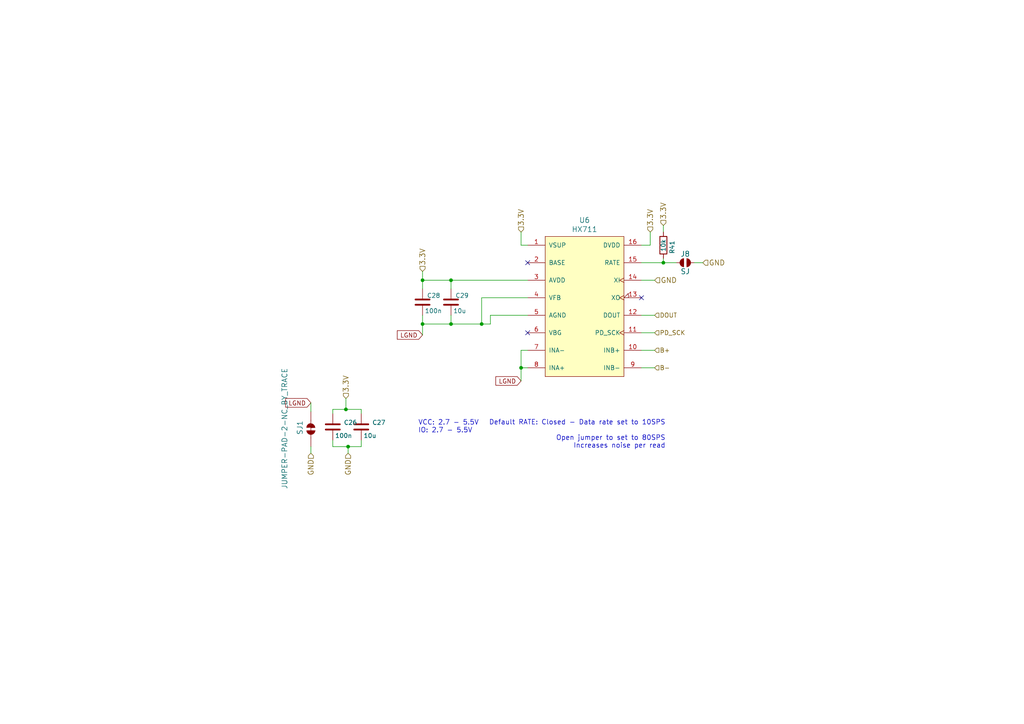
<source format=kicad_sch>
(kicad_sch (version 20211123) (generator eeschema)
  (paper "A4")
  (title_block (title "pH Adquisition") (date "2022-07-25") (rev "1.1.2") (company "Hackuarium") (comment 1 "pH reading with HX711 24 bits ADC"))
  (lib_symbols
    (symbol "Bertha_main-eagle-import:JUMPER-PAD-2-NC_BY_TRACE" (pin_names (offset 1.016))
      (property "Reference" "SJ" (at -2.54 2.54 0))
      (property "Value" "JUMPER-PAD-2-NC_BY_TRACE" (at -2.54 -5.08 0))
      (symbol "JUMPER-PAD-2-NC_BY_TRACE_1_0"
        (arc (start -0.381 1.2446) (mid -1.6005 0) (end -0.381 -1.2446) (stroke (width 0.0254)) (fill (type outline)))
        (polyline (pts (xy -2.54 0) (xy -1.651 0)))
        (polyline (pts (xy -0.762 0) (xy 1.016 0)))
        (polyline (pts (xy 2.54 0) (xy 1.651 0)))
        (arc (start 0.381 -1.2192) (mid 1.2346 -0.8457) (end 1.6256 0) (stroke (width 0.0254)) (fill (type outline)))
        (arc (start 1.651 0) (mid 1.2879 0.8997) (end 0.381 1.2446) (stroke (width 0.0254)) (fill (type outline)))
        (pin passive line (at -5.08 0 0) (length 2.54) (name "1") (number "1"))
        (pin passive line (at 5.08 0 180) (length 2.54) (name "2") (number "2"))
      )
    )
    (symbol "Bertha_main-eagle-import:SJ" (pin_names (offset 1.016))
      (property "Reference" "J" (at -2.54 2.54 0))
      (property "Value" "SJ" (at -2.54 -3.81 0))
      (symbol "SJ_1_0"
        (arc (start -0.381 1.2446) (mid -1.6005 0) (end -0.381 -1.2446) (stroke (width 0.0254)) (fill (type outline)))
        (polyline (pts (xy -2.54 0) (xy -1.651 0)))
        (polyline (pts (xy 2.54 0) (xy 1.651 0)))
        (arc (start 0.381 -1.2446) (mid 1.6005 0) (end 0.381 1.2446) (stroke (width 0.0254)) (fill (type outline)))
        (pin passive line (at -2.54 0 0) (length 0) (name "1") (number "1"))
        (pin passive line (at 2.54 0 180) (length 0) (name "2") (number "2"))
      )
    )
    (symbol "Device:C" (pin_numbers hide) (pin_names (offset 0.254))
      (property "Reference" "C" (at 0.635 2.54 0))
      (property "Value" "C" (at 0.635 -2.54 0))
      (symbol "C_0_1"
        (polyline (pts (xy -2.032 -0.762) (xy 2.032 -0.762)) (stroke (width 0.508)))
        (polyline (pts (xy -2.032 0.762) (xy 2.032 0.762)) (stroke (width 0.508)))
      )
      (symbol "C_1_1"
        (pin passive line (at 0 3.81 270) (length 2.794) (name "~") (number "1"))
        (pin passive line (at 0 -3.81 90) (length 2.794) (name "~") (number "2"))
      )
    )
    (symbol "Device:R" (pin_numbers hide) (pin_names (offset 0))
      (property "Reference" "R" (at 2.032 0 90))
      (property "Value" "R" (at 0 0 90))
      (symbol "R_0_1"
        (rectangle (start -1.016 -2.54) (end 1.016 2.54) (stroke (width 0.254)))
      )
      (symbol "R_1_1"
        (pin passive line (at 0 3.81 270) (length 1.27) (name "~") (number "1"))
        (pin passive line (at 0 -3.81 90) (length 1.27) (name "~") (number "2"))
      )
    )
    (symbol "bioreactor:HX711" (pin_names (offset 1.016))
      (property "Reference" "U" (at -12.7 21.082 0))
      (property "Value" "HX711" (at -12.7 -22.86 0))
      (symbol "HX711_1_0"
        (rectangle (start -12.7 20.32) (end 10.16 -20.32) (fill (type background)))
        (pin power_in line (at -17.78 17.78 0) (length 5.08) (name "VSUP") (number "1"))
        (pin input line (at 15.24 -12.7 180) (length 5.08) (name "INB+") (number "10"))
        (pin input clock (at 15.24 -7.62 180) (length 5.08) (name "PD_SCK") (number "11"))
        (pin output line (at 15.24 -2.54 180) (length 5.08) (name "DOUT") (number "12"))
        (pin output clock_low (at 15.24 2.54 180) (length 5.08) (name "XO") (number "13"))
        (pin input clock (at 15.24 7.62 180) (length 5.08) (name "XI") (number "14"))
        (pin input line (at 15.24 12.7 180) (length 5.08) (name "RATE") (number "15"))
        (pin power_in line (at 15.24 17.78 180) (length 5.08) (name "DVDD") (number "16"))
        (pin output line (at -17.78 12.7 0) (length 5.08) (name "BASE") (number "2"))
        (pin power_in line (at -17.78 7.62 0) (length 5.08) (name "AVDD") (number "3"))
        (pin input line (at -17.78 2.54 0) (length 5.08) (name "VFB") (number "4"))
        (pin power_in line (at -17.78 -2.54 0) (length 5.08) (name "AGND") (number "5"))
        (pin output line (at -17.78 -7.62 0) (length 5.08) (name "VBG") (number "6"))
        (pin input line (at -17.78 -12.7 0) (length 5.08) (name "INA-") (number "7"))
        (pin input line (at -17.78 -17.78 0) (length 5.08) (name "INA+") (number "8"))
        (pin input line (at 15.24 -17.78 180) (length 5.08) (name "INB-") (number "9"))
      )
    )
  )
  (junction (at 130.81 93.98))
  (junction (at 139.7 93.98))
  (junction (at 122.555 93.98))
  (junction (at 100.33 118.745))
  (junction (at 192.405 76.2))
  (junction (at 122.555 81.28))
  (junction (at 151.13 106.68))
  (junction (at 130.81 81.28))
  (junction (at 100.965 129.54))
  (no_connect (at 153.035 96.52))
  (no_connect (at 186.055 86.36))
  (no_connect (at 153.035 76.2))
  (wire (pts (xy 192.405 67.31) (xy 192.405 65.405)))
  (wire (pts (xy 130.81 91.44) (xy 130.81 93.98)))
  (wire (pts (xy 142.24 91.44) (xy 153.035 91.44)))
  (wire (pts (xy 100.965 131.445) (xy 100.965 129.54)))
  (wire (pts (xy 192.405 74.93) (xy 192.405 76.2)))
  (wire (pts (xy 139.7 86.36) (xy 153.035 86.36)))
  (wire (pts (xy 122.555 81.28) (xy 122.555 83.82)))
  (wire (pts (xy 122.555 78.74) (xy 122.555 81.28)))
  (wire (pts (xy 188.595 71.12) (xy 186.055 71.12)))
  (wire (pts (xy 122.555 93.98) (xy 130.81 93.98)))
  (wire (pts (xy 139.7 86.36) (xy 139.7 93.98)))
  (wire (pts (xy 186.055 101.6) (xy 189.865 101.6)))
  (wire (pts (xy 130.81 93.98) (xy 139.7 93.98)))
  (wire (pts (xy 122.555 93.98) (xy 122.555 97.155)))
  (wire (pts (xy 130.81 81.28) (xy 153.035 81.28)))
  (wire (pts (xy 186.055 96.52) (xy 189.865 96.52)))
  (wire (pts (xy 122.555 81.28) (xy 130.81 81.28)))
  (wire (pts (xy 96.52 120.015) (xy 96.52 118.745)))
  (wire (pts (xy 186.055 106.68) (xy 189.865 106.68)))
  (wire (pts (xy 96.52 127.635) (xy 96.52 129.54)))
  (wire (pts (xy 96.52 118.745) (xy 100.33 118.745)))
  (wire (pts (xy 104.775 129.54) (xy 100.965 129.54)))
  (wire (pts (xy 153.035 71.12) (xy 151.13 71.12)))
  (wire (pts (xy 90.17 131.445) (xy 90.17 129.54)))
  (wire (pts (xy 151.13 106.68) (xy 151.13 110.49)))
  (wire (pts (xy 104.775 120.015) (xy 104.775 118.745)))
  (wire (pts (xy 192.405 76.2) (xy 186.055 76.2)))
  (wire (pts (xy 130.81 83.82) (xy 130.81 81.28)))
  (wire (pts (xy 153.035 101.6) (xy 151.13 101.6)))
  (wire (pts (xy 151.13 101.6) (xy 151.13 106.68)))
  (wire (pts (xy 201.295 76.2) (xy 203.835 76.2)))
  (wire (pts (xy 188.595 67.31) (xy 188.595 71.12)))
  (wire (pts (xy 90.17 116.84) (xy 90.17 119.38)))
  (wire (pts (xy 189.865 81.28) (xy 186.055 81.28)))
  (wire (pts (xy 104.775 118.745) (xy 100.33 118.745)))
  (wire (pts (xy 142.24 91.44) (xy 142.24 93.98)))
  (wire (pts (xy 104.775 127.635) (xy 104.775 129.54)))
  (wire (pts (xy 151.13 71.12) (xy 151.13 67.31)))
  (wire (pts (xy 186.055 91.44) (xy 189.865 91.44)))
  (wire (pts (xy 122.555 91.44) (xy 122.555 93.98)))
  (wire (pts (xy 100.33 115.57) (xy 100.33 118.745)))
  (wire (pts (xy 151.13 106.68) (xy 153.035 106.68)))
  (wire (pts (xy 196.215 76.2) (xy 192.405 76.2)))
  (wire (pts (xy 96.52 129.54) (xy 100.965 129.54)))
  (wire (pts (xy 139.7 93.98) (xy 142.24 93.98)))
  (text "Default RATE: Closed - Data rate set to 10SPS\n\nOpen jumper to set to 80SPS\nIncreases noise per read" (at 193.04 130.175 0) (effects (font (size 1.397 1.397)) (justify right bottom)))
  (text "VCC: 2.7 - 5.5V\nIO: 2.7 - 5.5V\n" (at 121.285 125.73 0) (effects (font (size 1.397 1.397)) (justify left bottom)))
  (global_label "LGND" (shape input) (at 122.555 97.155 180) (property "Intersheet References" "${INTERSHEET_REFS}" (effects hide)))
  (global_label "LGND" (shape input) (at 90.17 116.84 180) (property "Intersheet References" "${INTERSHEET_REFS}" (effects hide)))
  (global_label "LGND" (shape input) (at 151.13 110.49 180) (property "Intersheet References" "${INTERSHEET_REFS}" (effects hide)))
  (hierarchical_label "3.3V" (shape input) (at 100.33 115.57 90) (effects (font (size 1.4986 1.4986))))
  (hierarchical_label "B+" (shape input) (at 189.865 101.6 0))
  (hierarchical_label "B-" (shape input) (at 189.865 106.68 0))
  (hierarchical_label "GND" (shape input) (at 189.865 81.28 0) (effects (font (size 1.4986 1.4986))))
  (hierarchical_label "DOUT" (shape input) (at 189.865 91.44 0))
  (hierarchical_label "3.3V" (shape input) (at 192.405 65.405 90) (effects (font (size 1.4986 1.4986))))
  (hierarchical_label "3.3V" (shape input) (at 188.595 67.31 90) (effects (font (size 1.4986 1.4986))))
  (hierarchical_label "3.3V" (shape input) (at 122.555 78.74 90) (effects (font (size 1.4986 1.4986))))
  (hierarchical_label "GND" (shape input) (at 100.965 131.445 270) (effects (font (size 1.4986 1.4986))))
  (hierarchical_label "3.3V" (shape input) (at 151.13 67.31 90) (effects (font (size 1.4986 1.4986))))
  (hierarchical_label "GND" (shape input) (at 203.835 76.2 0) (effects (font (size 1.4986 1.4986))))
  (hierarchical_label "GND" (shape input) (at 90.17 131.445 270) (effects (font (size 1.4986 1.4986))))
  (hierarchical_label "PD_SCK" (shape input) (at 189.865 96.52 0))
  (symbol (lib_id "Bertha_main-eagle-import:JUMPER-PAD-2-NC_BY_TRACE") (at 90.17 124.46 90) (unit 1)
    (property "Reference" "SJ1" (at 86.995 121.92 0) (effects (font (size 1.4986 1.4986)) (justify right)))
    (property "Value" "JUMPER-PAD-2-NC_BY_TRACE" (at 82.55 106.68 0) (effects (font (size 1.4986 1.4986)) (justify right)))
    (property "Footprint" "Jumper:SolderJumper-2_P1.3mm_Open_RoundedPad1.0x1.5mm" (effects hide))
  )
  (symbol (lib_id "Device:C") (at 96.52 123.825 0) (unit 1)
    (property "Reference" "C26" (at 99.695 122.555 0) (effects (justify left)))
    (property "Value" "100n" (at 97.155 126.365 0) (effects (justify left)))
    (property "Footprint" "Capacitor_SMD:C_0805_2012Metric_Pad1.18x1.45mm_HandSolder" (effects hide))
    (property "Datasheet" "https://www.mouser.com/datasheet/2/445/885012207072-1727745.pdf" (effects hide))
    (property "Description" "Multilayer Ceramic Capacitors MLCC - SMD/SMT WCAP-CSGP 0.1uF 0805 10% 25V MLCC " (effects hide))
    (property "MFN" "Wurth Elektronik " (effects hide))
    (property "MFP" "885012207072" (effects hide))
    (property "S1PL" "https://www.mouser.com/ProductDetail/Wurth-Elektronik/885012207072?qs=0KOYDY2FL28rQMV4504TxA%3D%3D" (effects hide))
    (property "S1PN" "710-885012207072 " (effects hide))
  )
  (symbol (lib_id "Device:C") (at 104.775 123.825 0) (unit 1)
    (property "Reference" "C27" (at 107.95 122.555 0) (effects (justify left)))
    (property "Value" "10u" (at 105.41 126.365 0) (effects (justify left)))
    (property "Footprint" "Capacitor_SMD:C_0805_2012Metric_Pad1.18x1.45mm_HandSolder" (effects hide))
    (property "Datasheet" "https://www.mouser.com/datasheet/2/585/MLCC-1837944.pdf" (effects hide))
    (property "Description" "Capacitores cerámicos de capas múltiples (MLCC) - SMD/SMT 10uF+/-10% 16V X5R 2 0805 " (effects hide))
    (property "MFN" "Samsung Electro-Mechanics " (effects hide))
    (property "MFP" "CL21A106KOQNNNG " (effects hide))
    (property "S1PL" "https://www.mouser.com/ProductDetail/Samsung-Electro-Mechanics/CL21A106KOQNNNG?qs=hqM3L16%252BxlcMWI7QbqH0LA%3D%3D" (effects hide))
    (property "S1PN" "187-CL21A106KOQNNNG " (effects hide))
  )
  (symbol (lib_id "Device:C") (at 122.555 87.63 0) (unit 1)
    (property "Reference" "C28" (at 123.825 85.725 0) (effects (justify left)))
    (property "Value" "100n" (at 123.19 90.17 0) (effects (justify left)))
    (property "Footprint" "Capacitor_SMD:C_0805_2012Metric_Pad1.18x1.45mm_HandSolder" (effects hide))
    (property "Datasheet" "https://www.mouser.com/datasheet/2/445/885012207072-1727745.pdf" (effects hide))
    (property "Description" "Multilayer Ceramic Capacitors MLCC - SMD/SMT WCAP-CSGP 0.1uF 0805 10% 25V MLCC " (effects hide))
    (property "MFN" "Wurth Elektronik " (effects hide))
    (property "MFP" "885012207072" (effects hide))
    (property "S1PL" "https://www.mouser.com/ProductDetail/Wurth-Elektronik/885012207072?qs=0KOYDY2FL28rQMV4504TxA%3D%3D" (effects hide))
    (property "S1PN" "710-885012207072 " (effects hide))
  )
  (symbol (lib_id "Device:C") (at 130.81 87.63 0) (unit 1)
    (property "Reference" "C29" (at 132.08 85.725 0) (effects (justify left)))
    (property "Value" "10u" (at 131.445 90.17 0) (effects (justify left)))
    (property "Footprint" "Capacitor_SMD:C_0805_2012Metric_Pad1.18x1.45mm_HandSolder" (effects hide))
    (property "Datasheet" "https://www.mouser.com/datasheet/2/585/MLCC-1837944.pdf" (effects hide))
    (property "Description" "Capacitores cerámicos de capas múltiples (MLCC) - SMD/SMT 10uF+/-10% 16V X5R 2 0805 " (effects hide))
    (property "MFN" "Samsung Electro-Mechanics " (effects hide))
    (property "MFP" "CL21A106KOQNNNG " (effects hide))
    (property "S1PL" "https://www.mouser.com/ProductDetail/Samsung-Electro-Mechanics/CL21A106KOQNNNG?qs=hqM3L16%252BxlcMWI7QbqH0LA%3D%3D" (effects hide))
    (property "S1PN" "187-CL21A106KOQNNNG " (effects hide))
  )
  (symbol (lib_id "Bertha_main-eagle-import:SJ") (at 198.755 76.2 180) (unit 1)
    (property "Reference" "J8" (at 198.755 73.66 0) (effects (font (size 1.4986 1.4986))))
    (property "Value" "SJ" (at 198.755 78.74 0) (effects (font (size 1.4986 1.4986))))
    (property "Footprint" "Jumper:SolderJumper-2_P1.3mm_Open_RoundedPad1.0x1.5mm" (effects hide))
  )
  (symbol (lib_id "Device:R") (at 192.405 71.12 0) (unit 1)
    (property "Reference" "R41" (at 194.945 73.66 90) (effects (justify left)))
    (property "Value" "10k" (at 192.405 73.025 90) (effects (justify left)))
    (property "Footprint" "Resistor_SMD:R_0805_2012Metric_Pad1.20x1.40mm_HandSolder" (effects hide))
  )
  (symbol (lib_id "bioreactor:HX711") (at 170.815 88.9 0) (unit 1)
    (property "Reference" "U6" (at 169.545 63.8556 0) (effects (font (size 1.4986 1.4986))))
    (property "Value" "HX711" (at 169.545 66.5226 0) (effects (font (size 1.4986 1.4986))))
    (property "Footprint" "Package_SO:SOIC-16_3.9x9.9mm_P1.27mm" (effects hide))
    (property "Datasheet" "https://components101.com/sites/default/files/component_datasheet/HX711%20Datasheet.pdf" (effects hide))
  )
)
</source>
